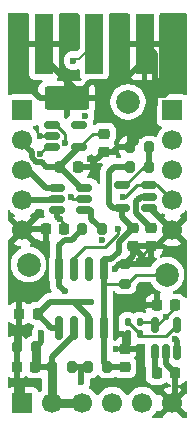
<source format=gbr>
%TF.GenerationSoftware,KiCad,Pcbnew,9.0.2*%
%TF.CreationDate,2025-10-14T12:10:58+02:00*%
%TF.ProjectId,1p6V_to_m1p6V_bias_gum,31703656-5f74-46f5-9f6d-317036565f62,rev?*%
%TF.SameCoordinates,Original*%
%TF.FileFunction,Copper,L1,Top*%
%TF.FilePolarity,Positive*%
%FSLAX46Y46*%
G04 Gerber Fmt 4.6, Leading zero omitted, Abs format (unit mm)*
G04 Created by KiCad (PCBNEW 9.0.2) date 2025-10-14 12:10:58*
%MOMM*%
%LPD*%
G01*
G04 APERTURE LIST*
G04 Aperture macros list*
%AMRoundRect*
0 Rectangle with rounded corners*
0 $1 Rounding radius*
0 $2 $3 $4 $5 $6 $7 $8 $9 X,Y pos of 4 corners*
0 Add a 4 corners polygon primitive as box body*
4,1,4,$2,$3,$4,$5,$6,$7,$8,$9,$2,$3,0*
0 Add four circle primitives for the rounded corners*
1,1,$1+$1,$2,$3*
1,1,$1+$1,$4,$5*
1,1,$1+$1,$6,$7*
1,1,$1+$1,$8,$9*
0 Add four rect primitives between the rounded corners*
20,1,$1+$1,$2,$3,$4,$5,0*
20,1,$1+$1,$4,$5,$6,$7,0*
20,1,$1+$1,$6,$7,$8,$9,0*
20,1,$1+$1,$8,$9,$2,$3,0*%
G04 Aperture macros list end*
%TA.AperFunction,SMDPad,CuDef*%
%ADD10RoundRect,0.200000X0.200000X0.275000X-0.200000X0.275000X-0.200000X-0.275000X0.200000X-0.275000X0*%
%TD*%
%TA.AperFunction,SMDPad,CuDef*%
%ADD11RoundRect,0.150000X-0.150000X0.825000X-0.150000X-0.825000X0.150000X-0.825000X0.150000X0.825000X0*%
%TD*%
%TA.AperFunction,ComponentPad*%
%ADD12C,2.000000*%
%TD*%
%TA.AperFunction,SMDPad,CuDef*%
%ADD13RoundRect,0.135000X0.135000X0.185000X-0.135000X0.185000X-0.135000X-0.185000X0.135000X-0.185000X0*%
%TD*%
%TA.AperFunction,SMDPad,CuDef*%
%ADD14RoundRect,0.225000X0.225000X0.250000X-0.225000X0.250000X-0.225000X-0.250000X0.225000X-0.250000X0*%
%TD*%
%TA.AperFunction,SMDPad,CuDef*%
%ADD15RoundRect,0.200000X0.275000X-0.200000X0.275000X0.200000X-0.275000X0.200000X-0.275000X-0.200000X0*%
%TD*%
%TA.AperFunction,ComponentPad*%
%ADD16R,1.700000X1.700000*%
%TD*%
%TA.AperFunction,ComponentPad*%
%ADD17C,1.700000*%
%TD*%
%TA.AperFunction,SMDPad,CuDef*%
%ADD18RoundRect,0.200000X-0.200000X-0.275000X0.200000X-0.275000X0.200000X0.275000X-0.200000X0.275000X0*%
%TD*%
%TA.AperFunction,SMDPad,CuDef*%
%ADD19RoundRect,0.225000X-0.250000X0.225000X-0.250000X-0.225000X0.250000X-0.225000X0.250000X0.225000X0*%
%TD*%
%TA.AperFunction,SMDPad,CuDef*%
%ADD20R,1.500000X5.080000*%
%TD*%
%TA.AperFunction,SMDPad,CuDef*%
%ADD21RoundRect,0.225000X-0.225000X-0.250000X0.225000X-0.250000X0.225000X0.250000X-0.225000X0.250000X0*%
%TD*%
%TA.AperFunction,SMDPad,CuDef*%
%ADD22RoundRect,0.225000X0.250000X-0.225000X0.250000X0.225000X-0.250000X0.225000X-0.250000X-0.225000X0*%
%TD*%
%TA.AperFunction,SMDPad,CuDef*%
%ADD23RoundRect,0.250000X-1.650000X-0.750000X1.650000X-0.750000X1.650000X0.750000X-1.650000X0.750000X0*%
%TD*%
%TA.AperFunction,SMDPad,CuDef*%
%ADD24RoundRect,0.150000X0.512500X0.150000X-0.512500X0.150000X-0.512500X-0.150000X0.512500X-0.150000X0*%
%TD*%
%TA.AperFunction,SMDPad,CuDef*%
%ADD25RoundRect,0.150000X0.150000X-0.512500X0.150000X0.512500X-0.150000X0.512500X-0.150000X-0.512500X0*%
%TD*%
%TA.AperFunction,SMDPad,CuDef*%
%ADD26RoundRect,0.150000X-0.512500X-0.150000X0.512500X-0.150000X0.512500X0.150000X-0.512500X0.150000X0*%
%TD*%
%TA.AperFunction,ViaPad*%
%ADD27C,0.600000*%
%TD*%
%TA.AperFunction,Conductor*%
%ADD28C,0.250000*%
%TD*%
%TA.AperFunction,Conductor*%
%ADD29C,0.400000*%
%TD*%
%TA.AperFunction,Conductor*%
%ADD30C,0.500000*%
%TD*%
%TA.AperFunction,Conductor*%
%ADD31C,0.750000*%
%TD*%
%TA.AperFunction,Conductor*%
%ADD32C,0.200000*%
%TD*%
G04 APERTURE END LIST*
D10*
%TO.P,R2,1*%
%TO.N,Net-(U2-FB)*%
X92990000Y-65280000D03*
%TO.P,R2,2*%
%TO.N,GND*%
X91340000Y-65280000D03*
%TD*%
D11*
%TO.P,U1,1,GND*%
%TO.N,/-3.3VA*%
X89135000Y-75593000D03*
%TO.P,U1,2,NC*%
%TO.N,unconnected-(U1-NC-Pad2)*%
X87865000Y-75593000D03*
%TO.P,U1,3,EN*%
%TO.N,/enable*%
X86595000Y-75593000D03*
%TO.P,U1,4,FB*%
%TO.N,Net-(U1-FB)*%
X85325000Y-75593000D03*
%TO.P,U1,5,IN*%
%TO.N,/3.3VA*%
X85325000Y-80543000D03*
%TO.P,U1,6,OUT*%
%TO.N,/V_bias*%
X86595000Y-80543000D03*
%TO.P,U1,7,IN*%
%TO.N,/3.3VA*%
X87865000Y-80543000D03*
%TO.P,U1,8,GND*%
%TO.N,/-3.3VA*%
X89135000Y-80543000D03*
%TD*%
D12*
%TO.P,TP1,1*%
%TO.N,/3.3VA*%
X82750000Y-75200000D03*
%TD*%
D13*
%TO.P,R10,1*%
%TO.N,/3.3VA*%
X92170000Y-80075000D03*
%TO.P,R10,2*%
%TO.N,Net-(U3-FB)*%
X91150000Y-80075000D03*
%TD*%
D14*
%TO.P,C8,1*%
%TO.N,/V_bias*%
X83320000Y-83860000D03*
%TO.P,C8,2*%
%TO.N,GND*%
X81770000Y-83860000D03*
%TD*%
D15*
%TO.P,R11,1*%
%TO.N,/-3.3VA*%
X90900000Y-76825000D03*
%TO.P,R11,2*%
%TO.N,GND*%
X90900000Y-75175000D03*
%TD*%
D16*
%TO.P,CG1,A1,5V*%
%TO.N,/5V*%
X82240000Y-62150000D03*
D17*
%TO.P,CG1,A2,3V3*%
%TO.N,/3.3V*%
X82240000Y-64690000D03*
%TO.P,CG1,A3,SDA*%
%TO.N,/SDA*%
X82240000Y-67230000D03*
%TO.P,CG1,A4,SCL*%
%TO.N,/SCL*%
X82240000Y-69770000D03*
%TO.P,CG1,A5,GND*%
%TO.N,GND*%
X82240000Y-72310000D03*
D16*
%TO.P,CG1,B1,5V*%
%TO.N,/5V*%
X94940000Y-62150000D03*
D17*
%TO.P,CG1,B2,VDDIO*%
%TO.N,unconnected-(CG1-VDDIO-PadB2)*%
X94940000Y-64690000D03*
%TO.P,CG1,B3,-5V*%
%TO.N,/-5V*%
X94940000Y-67230000D03*
%TO.P,CG1,B4,ENABLE*%
%TO.N,/enable*%
X94940000Y-69770000D03*
%TO.P,CG1,B5,GND*%
%TO.N,GND*%
X94940000Y-72310000D03*
D16*
%TO.P,CG1,C1,GND*%
X82240000Y-86915000D03*
D17*
%TO.P,CG1,C2,OUT_1*%
%TO.N,/V_bias*%
X84780000Y-86915000D03*
%TO.P,CG1,C3,OUT_2*%
X87320000Y-86915000D03*
%TO.P,CG1,C4,OUT_3*%
%TO.N,/Vout_diff*%
X89860000Y-86915000D03*
%TO.P,CG1,C5,OUT_4*%
%TO.N,/Vout_B*%
X92400000Y-86915000D03*
%TO.P,CG1,C6,GND*%
%TO.N,GND*%
X94940000Y-86915000D03*
%TD*%
D12*
%TO.P,TP4,1*%
%TO.N,/V_bias*%
X91175000Y-61425000D03*
%TD*%
D18*
%TO.P,R1,1*%
%TO.N,/-3.3VA*%
X91340000Y-66920000D03*
%TO.P,R1,2*%
%TO.N,Net-(U2-FB)*%
X92990000Y-66920000D03*
%TD*%
D19*
%TO.P,C3,1*%
%TO.N,/-3.3VA*%
X91560000Y-72120000D03*
%TO.P,C3,2*%
%TO.N,GND*%
X91560000Y-73670000D03*
%TD*%
D20*
%TO.P,J1,1,In*%
%TO.N,/V_bias*%
X88325000Y-56500000D03*
%TO.P,J1,2,Ext*%
%TO.N,GND*%
X84075000Y-56500000D03*
X92575000Y-56500000D03*
%TD*%
D21*
%TO.P,C9,1*%
%TO.N,/5V*%
X93620000Y-84400000D03*
%TO.P,C9,2*%
%TO.N,GND*%
X95170000Y-84400000D03*
%TD*%
D22*
%TO.P,C7,1*%
%TO.N,/-3.3VA*%
X90910000Y-83885000D03*
%TO.P,C7,2*%
%TO.N,GND*%
X90910000Y-82335000D03*
%TD*%
D18*
%TO.P,R5,1*%
%TO.N,Net-(U1-FB)*%
X87295000Y-72210000D03*
%TO.P,R5,2*%
%TO.N,/DAC_out*%
X88945000Y-72210000D03*
%TD*%
D21*
%TO.P,C2,1*%
%TO.N,/3.3V*%
X85425000Y-66925000D03*
%TO.P,C2,2*%
%TO.N,GND*%
X86975000Y-66925000D03*
%TD*%
D23*
%TO.P,TP3,1*%
%TO.N,GND*%
X85975000Y-61125000D03*
%TD*%
D12*
%TO.P,TP2,1*%
%TO.N,/-3.3VA*%
X94450000Y-76050000D03*
%TD*%
D24*
%TO.P,U4,1,Vout*%
%TO.N,/DAC_out*%
X87477500Y-70610000D03*
%TO.P,U4,2,VSS*%
%TO.N,GND*%
X87477500Y-69660000D03*
%TO.P,U4,3,VDD*%
%TO.N,/3.3V*%
X87477500Y-68710000D03*
%TO.P,U4,4,SDA*%
%TO.N,/SDA*%
X85202500Y-68710000D03*
%TO.P,U4,5,SCL*%
%TO.N,/SCL*%
X85202500Y-69660000D03*
%TO.P,U4,6,Vref*%
%TO.N,/3.3VA*%
X85202500Y-70610000D03*
%TD*%
D18*
%TO.P,R3,1*%
%TO.N,/V_bias*%
X84760000Y-83860000D03*
%TO.P,R3,2*%
%TO.N,Net-(U1-FB)*%
X86410000Y-83860000D03*
%TD*%
D13*
%TO.P,R8,1*%
%TO.N,Net-(U3-FB)*%
X92170000Y-81082500D03*
%TO.P,R8,2*%
%TO.N,GND*%
X91150000Y-81082500D03*
%TD*%
D24*
%TO.P,U2,1,GND*%
%TO.N,GND*%
X92925000Y-70400000D03*
%TO.P,U2,2,IN*%
%TO.N,/-5V*%
X92925000Y-69450000D03*
%TO.P,U2,3,EN*%
%TO.N,/enable*%
X92925000Y-68500000D03*
%TO.P,U2,4,FB*%
%TO.N,Net-(U2-FB)*%
X90650000Y-68500000D03*
%TO.P,U2,5,OUT*%
%TO.N,/-3.3VA*%
X90650000Y-70400000D03*
%TD*%
D25*
%TO.P,U3,1,IN*%
%TO.N,/5V*%
X93420000Y-82620000D03*
%TO.P,U3,2,GND*%
%TO.N,GND*%
X94370000Y-82620000D03*
%TO.P,U3,3,EN*%
%TO.N,/enable*%
X95320000Y-82620000D03*
%TO.P,U3,4,FB*%
%TO.N,Net-(U3-FB)*%
X95320000Y-80345000D03*
%TO.P,U3,5,OUT*%
%TO.N,/3.3VA*%
X93420000Y-80345000D03*
%TD*%
D14*
%TO.P,C6,1*%
%TO.N,/3.3VA*%
X83525000Y-79350000D03*
%TO.P,C6,2*%
%TO.N,GND*%
X81975000Y-79350000D03*
%TD*%
%TO.P,C5,1*%
%TO.N,/3.3VA*%
X95150000Y-78650000D03*
%TO.P,C5,2*%
%TO.N,GND*%
X93600000Y-78650000D03*
%TD*%
D18*
%TO.P,R4,1*%
%TO.N,Net-(U1-FB)*%
X87780000Y-83860000D03*
%TO.P,R4,2*%
%TO.N,/-3.3VA*%
X89430000Y-83860000D03*
%TD*%
D19*
%TO.P,C10,1*%
%TO.N,/3.3V*%
X89175000Y-64125000D03*
%TO.P,C10,2*%
%TO.N,GND*%
X89175000Y-65675000D03*
%TD*%
D10*
%TO.P,R6,1*%
%TO.N,/V_bias*%
X83395000Y-82190000D03*
%TO.P,R6,2*%
%TO.N,GND*%
X81745000Y-82190000D03*
%TD*%
D26*
%TO.P,U5,1,SCL*%
%TO.N,/SCL*%
X84762500Y-63375000D03*
%TO.P,U5,2,V_{SS}*%
%TO.N,GND*%
X84762500Y-64325000D03*
%TO.P,U5,3,SDA*%
%TO.N,/SDA*%
X84762500Y-65275000D03*
%TO.P,U5,4,V_{CC}*%
%TO.N,/3.3V*%
X87037500Y-65275000D03*
%TO.P,U5,5,NC*%
%TO.N,unconnected-(U5-NC-Pad5)*%
X87037500Y-63375000D03*
%TD*%
D14*
%TO.P,C1,1*%
%TO.N,/3.3VA*%
X85760000Y-72210000D03*
%TO.P,C1,2*%
%TO.N,GND*%
X84210000Y-72210000D03*
%TD*%
D19*
%TO.P,C4,1*%
%TO.N,/-5V*%
X93130000Y-72110000D03*
%TO.P,C4,2*%
%TO.N,GND*%
X93130000Y-73660000D03*
%TD*%
D27*
%TO.N,GND*%
X90050000Y-75575000D03*
X83700000Y-64275000D03*
X85377500Y-58997500D03*
X93720000Y-85730000D03*
X95370000Y-58380000D03*
X92250000Y-74375000D03*
X86330000Y-69450000D03*
X81630000Y-59580000D03*
X90125000Y-82375000D03*
X95390000Y-59620000D03*
X93425000Y-63800000D03*
X95390000Y-55980000D03*
X81630000Y-57200000D03*
X87950000Y-66300000D03*
X81630000Y-55940000D03*
X93450000Y-60825000D03*
X92625000Y-78675000D03*
X81610000Y-58340000D03*
X95390000Y-57240000D03*
%TO.N,/enable*%
X95120000Y-81490000D03*
X90300000Y-72225000D03*
X90719975Y-69480025D03*
%TO.N,/5V*%
X88950000Y-73135000D03*
X93420000Y-83600000D03*
X87500000Y-62625000D03*
%TO.N,/-5V*%
X92081251Y-69631251D03*
%TO.N,/3.3VA*%
X88060000Y-78330000D03*
X94350000Y-79625000D03*
X85375000Y-71375000D03*
%TO.N,/V_bias*%
X86550000Y-57925000D03*
X83820000Y-81030000D03*
%TO.N,Net-(U1-FB)*%
X87160000Y-85170000D03*
X85810000Y-77470000D03*
%TO.N,/SCL*%
X85857500Y-64950000D03*
%TO.N,/SDA*%
X83707264Y-65822753D03*
%TD*%
D28*
%TO.N,GND*%
X93600000Y-78650000D02*
X92650000Y-78650000D01*
D29*
X93450000Y-60825000D02*
X94185000Y-60825000D01*
D30*
X91820000Y-64800000D02*
X91340000Y-65280000D01*
X92925000Y-70400000D02*
X93030000Y-70400000D01*
X91820000Y-63330000D02*
X91820000Y-64800000D01*
X90330000Y-65280000D02*
X91340000Y-65280000D01*
X90900000Y-75175000D02*
X90450000Y-75175000D01*
D28*
X86540000Y-69660000D02*
X86330000Y-69450000D01*
X90910000Y-82335000D02*
X90165000Y-82335000D01*
D30*
X89175000Y-65675000D02*
X89935000Y-65675000D01*
D29*
X94185000Y-60825000D02*
X95390000Y-59620000D01*
D28*
X92650000Y-78650000D02*
X92625000Y-78675000D01*
X92415000Y-74375000D02*
X93130000Y-73660000D01*
D30*
X82340000Y-72210000D02*
X82240000Y-72310000D01*
X86697000Y-61125000D02*
X83700000Y-61125000D01*
X83700000Y-61125000D02*
X82155000Y-59580000D01*
X94370000Y-83600000D02*
X95170000Y-84400000D01*
X81975000Y-79350000D02*
X81975000Y-81960000D01*
D28*
X87175000Y-67125000D02*
X86850000Y-67125000D01*
D30*
X91560000Y-73670000D02*
X91560000Y-73685000D01*
X90450000Y-75175000D02*
X90050000Y-75575000D01*
X93590000Y-73660000D02*
X94940000Y-72310000D01*
X89935000Y-65675000D02*
X90330000Y-65280000D01*
X87950000Y-66300000D02*
X88550000Y-66300000D01*
D28*
X87477500Y-69660000D02*
X86540000Y-69660000D01*
D30*
X92925000Y-70400000D02*
X93280000Y-70400000D01*
X84075000Y-57695000D02*
X87101000Y-60721000D01*
X91560000Y-73670000D02*
X93120000Y-73670000D01*
X81745000Y-82190000D02*
X81745000Y-83835000D01*
X93130000Y-73660000D02*
X93590000Y-73660000D01*
D28*
X92250000Y-74375000D02*
X92415000Y-74375000D01*
D30*
X91560000Y-73670000D02*
X91560000Y-74515000D01*
X88550000Y-66300000D02*
X89175000Y-65675000D01*
D28*
X91150000Y-81082500D02*
X91150000Y-82095000D01*
D30*
X95170000Y-84400000D02*
X95170000Y-86685000D01*
X81770000Y-86445000D02*
X82240000Y-86915000D01*
D28*
X91150000Y-82095000D02*
X90910000Y-82335000D01*
D30*
X91560000Y-73685000D02*
X92250000Y-74375000D01*
D28*
X84762500Y-64325000D02*
X83750000Y-64325000D01*
D30*
X87984112Y-59750000D02*
X88991000Y-59750000D01*
X91820000Y-63330000D02*
X91820000Y-63320000D01*
X93425000Y-61715000D02*
X93425000Y-57350000D01*
X95170000Y-86685000D02*
X94940000Y-86915000D01*
D28*
X90165000Y-82335000D02*
X90125000Y-82375000D01*
D30*
X81745000Y-83835000D02*
X81770000Y-83860000D01*
X82155000Y-59580000D02*
X81630000Y-59580000D01*
X93030000Y-70400000D02*
X94940000Y-72310000D01*
D28*
X83750000Y-64325000D02*
X83700000Y-64275000D01*
D30*
X93120000Y-73670000D02*
X93130000Y-73660000D01*
X92575000Y-57865000D02*
X92575000Y-56500000D01*
X87013112Y-60721000D02*
X87984112Y-59750000D01*
X87101000Y-60721000D02*
X86697000Y-61125000D01*
X88991000Y-59750000D02*
X90690000Y-59750000D01*
X81975000Y-81960000D02*
X81745000Y-82190000D01*
X81770000Y-83860000D02*
X81770000Y-86445000D01*
X91820000Y-63320000D02*
X93425000Y-61715000D01*
X84075000Y-56500000D02*
X84075000Y-57695000D01*
X90690000Y-59750000D02*
X92575000Y-57865000D01*
X93425000Y-57350000D02*
X92575000Y-56500000D01*
X84110000Y-72310000D02*
X84210000Y-72210000D01*
X84210000Y-72210000D02*
X82340000Y-72210000D01*
X91560000Y-74515000D02*
X90900000Y-75175000D01*
X94370000Y-82620000D02*
X94370000Y-83600000D01*
D28*
%TO.N,/3.3V*%
X89175000Y-64125000D02*
X88187500Y-64125000D01*
D30*
X83006264Y-66113117D02*
X83416900Y-66523753D01*
X87210000Y-68710000D02*
X87477500Y-68710000D01*
X85425000Y-66925000D02*
X85425000Y-66887500D01*
X84270000Y-66925000D02*
X85425000Y-66925000D01*
X85425000Y-66887500D02*
X87037500Y-65275000D01*
X83868753Y-66523753D02*
X84270000Y-66925000D01*
X82240000Y-64895000D02*
X83006264Y-65661264D01*
X83416900Y-66523753D02*
X83868753Y-66523753D01*
X83006264Y-65661264D02*
X83006264Y-66113117D01*
D28*
X88187500Y-64125000D02*
X87037500Y-65275000D01*
D30*
X82240000Y-64690000D02*
X82240000Y-64895000D01*
X85425000Y-66925000D02*
X87210000Y-68710000D01*
D28*
%TO.N,/enable*%
X90944975Y-69480025D02*
X91925000Y-68500000D01*
X87502001Y-73711000D02*
X89225124Y-73711000D01*
D30*
X95320000Y-82620000D02*
X95320000Y-81690000D01*
D28*
X86595000Y-75593000D02*
X86595000Y-74618001D01*
X91925000Y-68500000D02*
X92925000Y-68500000D01*
X89225124Y-73711000D02*
X90300000Y-72636124D01*
X90719975Y-69480025D02*
X90944975Y-69480025D01*
D30*
X95320000Y-81690000D02*
X95120000Y-81490000D01*
D28*
X94940000Y-69770000D02*
X93670000Y-68500000D01*
X90300000Y-72636124D02*
X90300000Y-72225000D01*
X86595000Y-74618001D02*
X87502001Y-73711000D01*
X93670000Y-68500000D02*
X92925000Y-68500000D01*
D30*
%TO.N,/5V*%
X93420000Y-84200000D02*
X93620000Y-84400000D01*
X93420000Y-83600000D02*
X93420000Y-82620000D01*
X93420000Y-82620000D02*
X93420000Y-84200000D01*
D28*
%TO.N,/-3.3VA*%
X91875000Y-76050000D02*
X94450000Y-76050000D01*
D30*
X89586500Y-70061500D02*
X89925000Y-70400000D01*
X89430000Y-83860000D02*
X90885000Y-83860000D01*
X90650000Y-71210000D02*
X91560000Y-72120000D01*
X90005000Y-66920000D02*
X89586500Y-67338500D01*
X90375000Y-73305000D02*
X90375000Y-74125000D01*
D28*
X91100000Y-76825000D02*
X91875000Y-76050000D01*
X90900000Y-76825000D02*
X91100000Y-76825000D01*
D30*
X90650000Y-70400000D02*
X90650000Y-71210000D01*
X89130000Y-81370000D02*
X89130000Y-76825000D01*
X90885000Y-83860000D02*
X90910000Y-83885000D01*
X90375000Y-74125000D02*
X89734000Y-74766000D01*
X89130000Y-83560000D02*
X89430000Y-83860000D01*
X89130000Y-81370000D02*
X89130000Y-83560000D01*
X91560000Y-72120000D02*
X90375000Y-73305000D01*
X89586500Y-67338500D02*
X89586500Y-70061500D01*
X91340000Y-66920000D02*
X90005000Y-66920000D01*
X89734000Y-74766000D02*
X89130000Y-74766000D01*
X89925000Y-70400000D02*
X90650000Y-70400000D01*
D28*
X90900000Y-76825000D02*
X89130000Y-76825000D01*
D30*
X89130000Y-74766000D02*
X89130000Y-76825000D01*
%TO.N,/-5V*%
X91861500Y-70841500D02*
X91861500Y-69851001D01*
X92262501Y-69450000D02*
X92925000Y-69450000D01*
X91861500Y-69851001D02*
X92081251Y-69631251D01*
X93130000Y-72110000D02*
X91861500Y-70841500D01*
X92081251Y-69631251D02*
X92262501Y-69450000D01*
D28*
%TO.N,/3.3VA*%
X85760000Y-72210000D02*
X85760000Y-71760000D01*
X92170000Y-80075000D02*
X93150000Y-80075000D01*
X93630000Y-80345000D02*
X94350000Y-79625000D01*
D30*
X83525000Y-79350000D02*
X83525000Y-79400000D01*
X86590000Y-78330000D02*
X87865000Y-79605000D01*
X84663000Y-80538000D02*
X85320000Y-80538000D01*
X85202500Y-70610000D02*
X85202500Y-71202500D01*
X84545000Y-78330000D02*
X86590000Y-78330000D01*
D28*
X93420000Y-80345000D02*
X93630000Y-80345000D01*
D30*
X87865000Y-79605000D02*
X87865000Y-80543000D01*
D28*
X95150000Y-78650000D02*
X95115000Y-78650000D01*
X95150000Y-78650000D02*
X95150000Y-78825000D01*
D30*
X85202500Y-71202500D02*
X85375000Y-71375000D01*
D28*
X95150000Y-78825000D02*
X94350000Y-79625000D01*
D30*
X88060000Y-78330000D02*
X84545000Y-78330000D01*
X83525000Y-79350000D02*
X84545000Y-78330000D01*
D28*
X93150000Y-80075000D02*
X93420000Y-80345000D01*
X85760000Y-71760000D02*
X85375000Y-71375000D01*
D30*
X83525000Y-79400000D02*
X84663000Y-80538000D01*
D31*
%TO.N,/V_bias*%
X84760000Y-83860000D02*
X84760000Y-86895000D01*
D30*
X84760000Y-83015000D02*
X84760000Y-83860000D01*
X83320000Y-83860000D02*
X84760000Y-83860000D01*
X83820000Y-81030000D02*
X83820000Y-81765000D01*
X83820000Y-81765000D02*
X83395000Y-82190000D01*
X86590000Y-81370000D02*
X86405000Y-81370000D01*
D32*
X86695000Y-57780000D02*
X86550000Y-57925000D01*
X88325000Y-56500000D02*
X87045000Y-57780000D01*
D31*
X84780000Y-86915000D02*
X87320000Y-86915000D01*
X83395000Y-83785000D02*
X83320000Y-83860000D01*
D30*
X86405000Y-81370000D02*
X84760000Y-83015000D01*
D31*
X84760000Y-86895000D02*
X84780000Y-86915000D01*
D32*
X87045000Y-57780000D02*
X86695000Y-57780000D01*
D31*
X83395000Y-82190000D02*
X83395000Y-83785000D01*
D28*
%TO.N,Net-(U2-FB)*%
X90650000Y-68500000D02*
X90950000Y-68500000D01*
X90950000Y-68500000D02*
X92530000Y-66920000D01*
D30*
X92990000Y-65280000D02*
X92990000Y-66920000D01*
D28*
X92530000Y-66920000D02*
X92990000Y-66920000D01*
D30*
%TO.N,Net-(U1-FB)*%
X85808000Y-73095000D02*
X85320000Y-73583000D01*
X87160000Y-83970000D02*
X87050000Y-83860000D01*
X87295000Y-72210000D02*
X86410000Y-73095000D01*
X85320000Y-74766000D02*
X85320000Y-76980000D01*
X85320000Y-76980000D02*
X85810000Y-77470000D01*
X87050000Y-83860000D02*
X87780000Y-83860000D01*
X85320000Y-73583000D02*
X85320000Y-74766000D01*
X86410000Y-83860000D02*
X87050000Y-83860000D01*
X86410000Y-73095000D02*
X85808000Y-73095000D01*
X87160000Y-85170000D02*
X87160000Y-83970000D01*
%TO.N,/DAC_out*%
X88050000Y-70610000D02*
X88050000Y-71315000D01*
X88050000Y-71315000D02*
X88945000Y-72210000D01*
D28*
%TO.N,Net-(U3-FB)*%
X91162500Y-80075000D02*
X92170000Y-81082500D01*
X94381500Y-81283500D02*
X92371000Y-81283500D01*
X91150000Y-80075000D02*
X91162500Y-80075000D01*
X92371000Y-81283500D02*
X92170000Y-81082500D01*
X95320000Y-80345000D02*
X94381500Y-81283500D01*
%TO.N,/SCL*%
X85081612Y-63375000D02*
X84762500Y-63375000D01*
D30*
X84520000Y-69770000D02*
X84630000Y-69660000D01*
X82240000Y-69770000D02*
X84520000Y-69770000D01*
D28*
X85857500Y-64150888D02*
X85081612Y-63375000D01*
X85857500Y-64950000D02*
X85857500Y-64150888D01*
D30*
%TO.N,/SDA*%
X82240000Y-67230000D02*
X82730000Y-67230000D01*
X82730000Y-67230000D02*
X84210000Y-68710000D01*
D28*
X84762500Y-65275000D02*
X84255017Y-65275000D01*
X84255017Y-65275000D02*
X83707264Y-65822753D01*
D30*
X84210000Y-68710000D02*
X84630000Y-68710000D01*
%TD*%
%TA.AperFunction,Conductor*%
%TO.N,GND*%
G36*
X94474075Y-87107993D02*
G01*
X94539901Y-87222007D01*
X94632993Y-87315099D01*
X94747007Y-87380925D01*
X94810590Y-87397962D01*
X94178282Y-88030269D01*
X94179109Y-88040770D01*
X94164745Y-88109148D01*
X94115694Y-88158905D01*
X94055491Y-88174500D01*
X93345689Y-88174500D01*
X93278650Y-88154815D01*
X93232895Y-88102011D01*
X93222951Y-88032853D01*
X93251976Y-87969297D01*
X93272804Y-87950181D01*
X93279792Y-87945104D01*
X93430104Y-87794792D01*
X93430106Y-87794788D01*
X93430109Y-87794786D01*
X93506055Y-87690254D01*
X93555051Y-87622816D01*
X93559793Y-87613508D01*
X93607763Y-87562711D01*
X93675583Y-87545911D01*
X93741719Y-87568445D01*
X93780763Y-87613500D01*
X93785373Y-87622547D01*
X93824728Y-87676716D01*
X94457037Y-87044408D01*
X94474075Y-87107993D01*
G37*
%TD.AperFunction*%
%TA.AperFunction,Conductor*%
G36*
X96055269Y-87676716D02*
G01*
X96065770Y-87675890D01*
X96134148Y-87690254D01*
X96183905Y-87739305D01*
X96199500Y-87799508D01*
X96199500Y-88050500D01*
X96179815Y-88117539D01*
X96127011Y-88163294D01*
X96075500Y-88174500D01*
X95824509Y-88174500D01*
X95757470Y-88154815D01*
X95711715Y-88102011D01*
X95700891Y-88040772D01*
X95701717Y-88030270D01*
X95069408Y-87397962D01*
X95132993Y-87380925D01*
X95247007Y-87315099D01*
X95340099Y-87222007D01*
X95405925Y-87107993D01*
X95422962Y-87044408D01*
X96055269Y-87676716D01*
G37*
%TD.AperFunction*%
%TA.AperFunction,Conductor*%
G36*
X93023272Y-76679787D02*
G01*
X93038477Y-76679136D01*
X93056115Y-76689431D01*
X93075709Y-76695185D01*
X93086605Y-76707229D01*
X93098819Y-76714358D01*
X93119155Y-76743205D01*
X93166657Y-76836433D01*
X93305483Y-77027510D01*
X93472490Y-77194517D01*
X93663567Y-77333343D01*
X93872923Y-77440015D01*
X93873904Y-77440515D01*
X93924700Y-77488490D01*
X93941495Y-77556311D01*
X93918958Y-77622445D01*
X93864243Y-77665897D01*
X93857856Y-77667143D01*
X93850000Y-77675000D01*
X93850000Y-78526000D01*
X93830315Y-78593039D01*
X93777511Y-78638794D01*
X93726000Y-78650000D01*
X93600000Y-78650000D01*
X93600000Y-78776000D01*
X93580315Y-78843039D01*
X93527511Y-78888794D01*
X93476000Y-78900000D01*
X92650001Y-78900000D01*
X92650001Y-78948322D01*
X92660144Y-79047607D01*
X92690015Y-79137752D01*
X92692417Y-79207581D01*
X92656685Y-79267622D01*
X92594164Y-79298815D01*
X92537714Y-79295832D01*
X92405208Y-79257335D01*
X92405202Y-79257334D01*
X92369181Y-79254500D01*
X91970830Y-79254500D01*
X91970808Y-79254501D01*
X91934794Y-79257335D01*
X91780611Y-79302129D01*
X91780604Y-79302132D01*
X91723119Y-79336128D01*
X91655395Y-79353309D01*
X91596881Y-79336128D01*
X91539395Y-79302132D01*
X91539388Y-79302129D01*
X91385208Y-79257335D01*
X91385202Y-79257334D01*
X91349181Y-79254500D01*
X90950830Y-79254500D01*
X90950808Y-79254501D01*
X90914794Y-79257335D01*
X90760611Y-79302129D01*
X90760606Y-79302131D01*
X90622404Y-79383863D01*
X90622396Y-79383869D01*
X90508869Y-79497396D01*
X90508863Y-79497404D01*
X90427131Y-79635606D01*
X90427129Y-79635611D01*
X90382335Y-79789791D01*
X90382334Y-79789797D01*
X90379500Y-79825811D01*
X90379500Y-80324169D01*
X90379501Y-80324191D01*
X90382334Y-80360200D01*
X90427131Y-80514394D01*
X90428155Y-80516125D01*
X90428543Y-80517656D01*
X90430228Y-80521549D01*
X90429599Y-80521820D01*
X90445334Y-80583850D01*
X90430060Y-80635875D01*
X90430692Y-80636149D01*
X90428477Y-80641266D01*
X90428159Y-80642351D01*
X90427596Y-80643303D01*
X90427592Y-80643311D01*
X90382833Y-80797371D01*
X90382832Y-80797377D01*
X90380069Y-80832500D01*
X90700697Y-80832500D01*
X90752609Y-80846702D01*
X90753446Y-80844770D01*
X90760602Y-80847866D01*
X90760607Y-80847869D01*
X90801268Y-80859682D01*
X90914791Y-80892664D01*
X90914794Y-80892664D01*
X90914796Y-80892665D01*
X90950819Y-80895500D01*
X91025999Y-80895499D01*
X91093038Y-80915183D01*
X91138794Y-80967986D01*
X91150000Y-81019499D01*
X91150000Y-81082500D01*
X91234048Y-81082500D01*
X91263488Y-81091144D01*
X91293475Y-81097668D01*
X91298490Y-81101422D01*
X91301087Y-81102185D01*
X91321729Y-81118819D01*
X91363181Y-81160271D01*
X91396666Y-81221594D01*
X91399500Y-81247951D01*
X91399500Y-81331670D01*
X91399501Y-81331682D01*
X91399618Y-81333163D01*
X91400000Y-81342893D01*
X91400000Y-81908500D01*
X91380315Y-81975539D01*
X91327511Y-82021294D01*
X91276000Y-82032500D01*
X91160000Y-82032500D01*
X91160000Y-82085000D01*
X91884999Y-82085000D01*
X91884999Y-82061692D01*
X91884998Y-82061677D01*
X91882743Y-82039601D01*
X91895513Y-81970908D01*
X91943393Y-81920024D01*
X92006097Y-81902999D01*
X92267014Y-81902999D01*
X92270263Y-81903042D01*
X92280834Y-81903319D01*
X92309393Y-81909000D01*
X92309394Y-81909000D01*
X92497421Y-81909000D01*
X92499060Y-81909043D01*
X92530833Y-81919284D01*
X92562848Y-81928685D01*
X92563952Y-81929959D01*
X92565561Y-81930478D01*
X92586764Y-81956285D01*
X92608603Y-81981489D01*
X92608913Y-81983245D01*
X92609915Y-81984464D01*
X92611454Y-81997605D01*
X92618836Y-82039338D01*
X92619596Y-82039368D01*
X92619500Y-82041813D01*
X92619500Y-83198201D01*
X92622401Y-83235067D01*
X92622402Y-83235073D01*
X92646009Y-83316325D01*
X92648550Y-83375111D01*
X92619500Y-83521153D01*
X92619500Y-83678846D01*
X92650261Y-83833489D01*
X92650263Y-83833497D01*
X92660061Y-83857151D01*
X92669500Y-83904604D01*
X92669500Y-84698337D01*
X92669501Y-84698355D01*
X92679650Y-84797707D01*
X92679651Y-84797710D01*
X92732996Y-84958694D01*
X92733001Y-84958705D01*
X92822029Y-85103040D01*
X92822032Y-85103044D01*
X92941955Y-85222967D01*
X92941959Y-85222970D01*
X93086294Y-85311998D01*
X93086297Y-85311999D01*
X93086303Y-85312003D01*
X93247292Y-85365349D01*
X93346655Y-85375500D01*
X93893344Y-85375499D01*
X93893352Y-85375498D01*
X93893355Y-85375498D01*
X93947760Y-85369940D01*
X93992708Y-85365349D01*
X94153697Y-85312003D01*
X94298044Y-85222968D01*
X94307668Y-85213343D01*
X94368987Y-85179856D01*
X94438679Y-85184835D01*
X94483034Y-85213339D01*
X94492267Y-85222572D01*
X94492271Y-85222575D01*
X94636507Y-85311542D01*
X94636520Y-85311548D01*
X94733746Y-85343765D01*
X94791191Y-85383537D01*
X94818015Y-85448053D01*
X94805700Y-85516829D01*
X94758158Y-85568029D01*
X94714142Y-85583944D01*
X94623871Y-85598242D01*
X94623869Y-85598242D01*
X94421782Y-85663904D01*
X94232439Y-85760380D01*
X94178282Y-85799727D01*
X94178282Y-85799728D01*
X94810591Y-86432037D01*
X94747007Y-86449075D01*
X94632993Y-86514901D01*
X94539901Y-86607993D01*
X94474075Y-86722007D01*
X94457037Y-86785591D01*
X93824728Y-86153282D01*
X93824727Y-86153282D01*
X93785380Y-86207440D01*
X93785376Y-86207446D01*
X93780760Y-86216505D01*
X93732781Y-86267297D01*
X93664959Y-86284087D01*
X93598826Y-86261543D01*
X93559794Y-86216493D01*
X93555051Y-86207184D01*
X93555049Y-86207181D01*
X93555048Y-86207179D01*
X93430109Y-86035213D01*
X93279786Y-85884890D01*
X93107820Y-85759951D01*
X92918414Y-85663444D01*
X92918413Y-85663443D01*
X92918412Y-85663443D01*
X92716243Y-85597754D01*
X92716241Y-85597753D01*
X92716240Y-85597753D01*
X92554957Y-85572208D01*
X92506287Y-85564500D01*
X92293713Y-85564500D01*
X92245042Y-85572208D01*
X92083760Y-85597753D01*
X91881585Y-85663444D01*
X91692179Y-85759951D01*
X91520213Y-85884890D01*
X91369890Y-86035213D01*
X91244949Y-86207182D01*
X91240484Y-86215946D01*
X91192509Y-86266742D01*
X91124688Y-86283536D01*
X91058553Y-86260998D01*
X91019516Y-86215946D01*
X91015050Y-86207182D01*
X90890109Y-86035213D01*
X90739786Y-85884890D01*
X90567820Y-85759951D01*
X90378414Y-85663444D01*
X90378413Y-85663443D01*
X90378412Y-85663443D01*
X90176243Y-85597754D01*
X90176241Y-85597753D01*
X90176240Y-85597753D01*
X90014957Y-85572208D01*
X89966287Y-85564500D01*
X89753713Y-85564500D01*
X89705042Y-85572208D01*
X89543760Y-85597753D01*
X89341585Y-85663444D01*
X89152179Y-85759951D01*
X88980213Y-85884890D01*
X88829890Y-86035213D01*
X88704949Y-86207182D01*
X88700484Y-86215946D01*
X88652509Y-86266742D01*
X88584688Y-86283536D01*
X88518553Y-86260998D01*
X88479516Y-86215946D01*
X88475050Y-86207182D01*
X88350109Y-86035213D01*
X88199786Y-85884890D01*
X88027819Y-85759951D01*
X88027818Y-85759950D01*
X88027816Y-85759949D01*
X87927044Y-85708603D01*
X87876248Y-85660628D01*
X87859453Y-85592807D01*
X87868778Y-85550665D01*
X87869394Y-85549179D01*
X87929737Y-85403497D01*
X87960500Y-85248842D01*
X87960500Y-85091158D01*
X87960500Y-85091155D01*
X87938795Y-84982040D01*
X87945022Y-84912448D01*
X87987885Y-84857271D01*
X88049188Y-84834357D01*
X88107196Y-84829086D01*
X88269606Y-84778478D01*
X88415185Y-84690472D01*
X88465801Y-84639856D01*
X88517319Y-84588339D01*
X88578642Y-84554854D01*
X88648334Y-84559838D01*
X88692681Y-84588339D01*
X88794811Y-84690469D01*
X88794813Y-84690470D01*
X88794815Y-84690472D01*
X88940394Y-84778478D01*
X89102804Y-84829086D01*
X89173384Y-84835500D01*
X89173387Y-84835500D01*
X89686613Y-84835500D01*
X89686616Y-84835500D01*
X89757196Y-84829086D01*
X89919606Y-84778478D01*
X90065185Y-84690472D01*
X90065186Y-84690470D01*
X90071604Y-84686591D01*
X90072290Y-84687726D01*
X90129869Y-84664791D01*
X90198453Y-84678133D01*
X90206540Y-84682712D01*
X90351294Y-84771998D01*
X90351297Y-84771999D01*
X90351303Y-84772003D01*
X90512292Y-84825349D01*
X90611655Y-84835500D01*
X91208344Y-84835499D01*
X91208352Y-84835498D01*
X91208355Y-84835498D01*
X91271124Y-84829086D01*
X91307708Y-84825349D01*
X91468697Y-84772003D01*
X91613044Y-84682968D01*
X91732968Y-84563044D01*
X91822003Y-84418697D01*
X91875349Y-84257708D01*
X91885500Y-84158345D01*
X91885499Y-83611656D01*
X91880391Y-83561655D01*
X91875349Y-83512292D01*
X91875348Y-83512289D01*
X91829892Y-83375111D01*
X91822003Y-83351303D01*
X91821999Y-83351297D01*
X91821998Y-83351294D01*
X91732970Y-83206959D01*
X91732967Y-83206955D01*
X91723339Y-83197327D01*
X91689854Y-83136004D01*
X91694838Y-83066312D01*
X91723345Y-83021959D01*
X91732573Y-83012731D01*
X91821542Y-82868492D01*
X91821547Y-82868481D01*
X91874855Y-82707606D01*
X91884999Y-82608322D01*
X91885000Y-82608309D01*
X91885000Y-82585000D01*
X91034000Y-82585000D01*
X90966961Y-82565315D01*
X90921206Y-82512511D01*
X90910000Y-82461000D01*
X90910000Y-82335000D01*
X90784000Y-82335000D01*
X90716961Y-82315315D01*
X90671206Y-82262511D01*
X90660000Y-82211000D01*
X90660000Y-81332500D01*
X90380068Y-81332500D01*
X90381507Y-81350785D01*
X90367142Y-81419162D01*
X90322987Y-81466049D01*
X90207270Y-81537425D01*
X90134238Y-81610457D01*
X90072914Y-81643941D01*
X90003223Y-81638956D01*
X89947289Y-81597085D01*
X89922873Y-81531620D01*
X89927481Y-81488179D01*
X89932598Y-81470569D01*
X89935500Y-81433694D01*
X89935500Y-79652306D01*
X89932598Y-79615431D01*
X89898308Y-79497404D01*
X89885424Y-79453057D01*
X89880500Y-79418462D01*
X89880500Y-78351677D01*
X92650000Y-78351677D01*
X92650000Y-78400000D01*
X93350000Y-78400000D01*
X93350000Y-77674999D01*
X93326693Y-77675000D01*
X93326674Y-77675001D01*
X93227392Y-77685144D01*
X93066518Y-77738452D01*
X93066507Y-77738457D01*
X92922271Y-77827424D01*
X92922267Y-77827427D01*
X92802427Y-77947267D01*
X92802424Y-77947271D01*
X92713457Y-78091507D01*
X92713452Y-78091518D01*
X92660144Y-78252393D01*
X92650000Y-78351677D01*
X89880500Y-78351677D01*
X89880500Y-77574500D01*
X89883050Y-77565814D01*
X89881762Y-77556853D01*
X89892740Y-77532812D01*
X89900185Y-77507461D01*
X89907025Y-77501533D01*
X89910787Y-77493297D01*
X89933021Y-77479007D01*
X89952989Y-77461706D01*
X89963503Y-77459418D01*
X89969565Y-77455523D01*
X90004500Y-77450500D01*
X90008480Y-77450500D01*
X90075519Y-77470185D01*
X90096161Y-77486819D01*
X90189811Y-77580469D01*
X90189813Y-77580470D01*
X90189815Y-77580472D01*
X90335394Y-77668478D01*
X90497804Y-77719086D01*
X90568384Y-77725500D01*
X90568387Y-77725500D01*
X91231613Y-77725500D01*
X91231616Y-77725500D01*
X91302196Y-77719086D01*
X91464606Y-77668478D01*
X91610185Y-77580472D01*
X91730472Y-77460185D01*
X91818478Y-77314606D01*
X91869086Y-77152196D01*
X91875500Y-77081616D01*
X91875500Y-76985452D01*
X91895185Y-76918413D01*
X91911819Y-76897771D01*
X92097772Y-76711819D01*
X92159095Y-76678334D01*
X92185453Y-76675500D01*
X93008670Y-76675500D01*
X93023272Y-76679787D01*
G37*
%TD.AperFunction*%
%TA.AperFunction,Conductor*%
G36*
X96154951Y-85068754D02*
G01*
X96193809Y-85126821D01*
X96199500Y-85163956D01*
X96199500Y-86030490D01*
X96179815Y-86097529D01*
X96127011Y-86143284D01*
X96065772Y-86154108D01*
X96055270Y-86153281D01*
X95422962Y-86785590D01*
X95405925Y-86722007D01*
X95340099Y-86607993D01*
X95247007Y-86514901D01*
X95132993Y-86449075D01*
X95069409Y-86432037D01*
X95701716Y-85799728D01*
X95647550Y-85760375D01*
X95458217Y-85663904D01*
X95313644Y-85616930D01*
X95255969Y-85577493D01*
X95228770Y-85513134D01*
X95240685Y-85444288D01*
X95287929Y-85392812D01*
X95351962Y-85374999D01*
X95443307Y-85374999D01*
X95443323Y-85374998D01*
X95542607Y-85364855D01*
X95703481Y-85311547D01*
X95703492Y-85311542D01*
X95847728Y-85222575D01*
X95847732Y-85222572D01*
X95967572Y-85102732D01*
X95967573Y-85102730D01*
X95969960Y-85098862D01*
X96021906Y-85052136D01*
X96090868Y-85040912D01*
X96154951Y-85068754D01*
G37*
%TD.AperFunction*%
%TA.AperFunction,Conductor*%
G36*
X84403039Y-72229685D02*
G01*
X84448794Y-72282489D01*
X84460000Y-72334000D01*
X84460000Y-73184999D01*
X84486470Y-73184999D01*
X84486470Y-73186552D01*
X84548511Y-73201333D01*
X84596934Y-73251701D01*
X84610439Y-73320253D01*
X84601517Y-73356419D01*
X84598344Y-73364079D01*
X84598340Y-73364092D01*
X84569500Y-73509079D01*
X84569500Y-74502883D01*
X84564576Y-74537478D01*
X84527402Y-74665426D01*
X84527401Y-74665432D01*
X84524500Y-74702298D01*
X84524500Y-76483701D01*
X84527401Y-76520567D01*
X84527402Y-76520569D01*
X84564576Y-76648522D01*
X84569500Y-76683115D01*
X84569500Y-77053918D01*
X84569500Y-77053920D01*
X84569499Y-77053920D01*
X84598340Y-77198907D01*
X84598343Y-77198917D01*
X84654912Y-77335488D01*
X84654920Y-77335502D01*
X84683996Y-77379016D01*
X84684193Y-77379311D01*
X84689074Y-77386616D01*
X84700653Y-77423607D01*
X84709947Y-77453287D01*
X84709945Y-77453291D01*
X84709947Y-77453295D01*
X84700748Y-77486819D01*
X84691462Y-77520667D01*
X84691459Y-77520669D01*
X84691458Y-77520674D01*
X84667086Y-77542563D01*
X84639483Y-77567357D01*
X84639479Y-77567357D01*
X84639476Y-77567361D01*
X84639438Y-77567367D01*
X84585967Y-77579500D01*
X84471080Y-77579500D01*
X84326092Y-77608340D01*
X84326082Y-77608343D01*
X84189511Y-77664912D01*
X84189499Y-77664919D01*
X84153592Y-77688912D01*
X84153591Y-77688913D01*
X84066582Y-77747049D01*
X84066581Y-77747050D01*
X83475449Y-78338181D01*
X83414126Y-78371666D01*
X83387769Y-78374500D01*
X83251663Y-78374500D01*
X83251644Y-78374501D01*
X83152292Y-78384650D01*
X83152289Y-78384651D01*
X82991305Y-78437996D01*
X82991294Y-78438001D01*
X82846959Y-78527029D01*
X82846953Y-78527033D01*
X82837324Y-78536663D01*
X82776000Y-78570146D01*
X82706308Y-78565159D01*
X82661965Y-78536660D01*
X82652732Y-78527427D01*
X82652728Y-78527424D01*
X82508492Y-78438457D01*
X82508481Y-78438452D01*
X82347606Y-78385144D01*
X82248322Y-78375000D01*
X82225000Y-78375000D01*
X82225000Y-80324999D01*
X82248308Y-80324999D01*
X82248322Y-80324998D01*
X82347607Y-80314855D01*
X82508481Y-80261547D01*
X82508492Y-80261542D01*
X82652731Y-80172573D01*
X82661959Y-80163345D01*
X82723279Y-80129856D01*
X82792971Y-80134835D01*
X82837327Y-80163339D01*
X82846955Y-80172967D01*
X82846959Y-80172970D01*
X82991294Y-80261998D01*
X82991297Y-80261999D01*
X82991303Y-80262003D01*
X83134619Y-80309492D01*
X83149449Y-80314407D01*
X83206894Y-80354180D01*
X83233717Y-80418695D01*
X83221402Y-80487471D01*
X83201764Y-80514745D01*
X83202076Y-80515001D01*
X83198210Y-80519711D01*
X83110609Y-80650814D01*
X83110602Y-80650827D01*
X83050264Y-80796498D01*
X83050261Y-80796510D01*
X83019500Y-80951153D01*
X83019500Y-81108842D01*
X83021551Y-81119154D01*
X83015322Y-81188745D01*
X82972458Y-81243922D01*
X82936826Y-81261727D01*
X82920471Y-81266824D01*
X82905393Y-81271522D01*
X82759811Y-81359530D01*
X82759810Y-81359531D01*
X82657327Y-81462015D01*
X82596004Y-81495500D01*
X82526312Y-81490516D01*
X82481965Y-81462015D01*
X82379877Y-81359927D01*
X82234395Y-81271980D01*
X82234396Y-81271980D01*
X82072105Y-81221409D01*
X82072106Y-81221409D01*
X82001572Y-81215000D01*
X81995000Y-81215000D01*
X81995000Y-82764410D01*
X82017166Y-82805004D01*
X82020000Y-82831362D01*
X82020000Y-84834999D01*
X82043308Y-84834999D01*
X82043322Y-84834998D01*
X82142607Y-84824855D01*
X82303481Y-84771547D01*
X82303492Y-84771542D01*
X82447731Y-84682573D01*
X82456959Y-84673345D01*
X82518279Y-84639856D01*
X82587971Y-84644835D01*
X82632327Y-84673339D01*
X82641955Y-84682967D01*
X82641959Y-84682970D01*
X82786294Y-84771998D01*
X82786297Y-84771999D01*
X82786303Y-84772003D01*
X82947292Y-84825349D01*
X83046655Y-84835500D01*
X83593344Y-84835499D01*
X83593352Y-84835498D01*
X83593355Y-84835498D01*
X83656124Y-84829086D01*
X83692708Y-84825349D01*
X83721495Y-84815809D01*
X83791322Y-84813407D01*
X83851364Y-84849137D01*
X83882558Y-84911657D01*
X83884500Y-84933515D01*
X83884500Y-85849242D01*
X83875855Y-85878679D01*
X83869332Y-85908670D01*
X83865576Y-85913686D01*
X83864815Y-85916281D01*
X83848185Y-85936918D01*
X83799657Y-85985447D01*
X83786285Y-85998819D01*
X83724961Y-86032303D01*
X83655270Y-86027318D01*
X83599336Y-85985447D01*
X83582422Y-85954470D01*
X83533354Y-85822913D01*
X83533350Y-85822906D01*
X83447190Y-85707812D01*
X83447187Y-85707809D01*
X83332093Y-85621649D01*
X83332086Y-85621645D01*
X83197379Y-85571403D01*
X83197372Y-85571401D01*
X83137844Y-85565000D01*
X82490000Y-85565000D01*
X82490000Y-86481988D01*
X82432993Y-86449075D01*
X82305826Y-86415000D01*
X82174174Y-86415000D01*
X82047007Y-86449075D01*
X81990000Y-86481988D01*
X81990000Y-85565000D01*
X81342155Y-85565000D01*
X81282627Y-85571401D01*
X81282619Y-85571403D01*
X81147833Y-85621675D01*
X81078141Y-85626659D01*
X81016818Y-85593174D01*
X80983334Y-85531850D01*
X80980500Y-85505493D01*
X80980500Y-84835809D01*
X81000185Y-84768770D01*
X81052989Y-84723015D01*
X81122147Y-84713071D01*
X81169597Y-84730271D01*
X81236507Y-84771542D01*
X81236518Y-84771547D01*
X81397393Y-84824855D01*
X81496683Y-84834999D01*
X81520000Y-84834998D01*
X81520000Y-83285589D01*
X81497834Y-83244996D01*
X81495000Y-83218638D01*
X81495000Y-81215000D01*
X81494999Y-81214999D01*
X81488436Y-81215000D01*
X81488417Y-81215001D01*
X81417897Y-81221408D01*
X81417892Y-81221409D01*
X81255603Y-81271981D01*
X81168650Y-81324546D01*
X81101095Y-81342382D01*
X81034621Y-81320864D01*
X80990334Y-81266824D01*
X80980500Y-81218429D01*
X80980500Y-80155167D01*
X81000185Y-80088128D01*
X81052989Y-80042373D01*
X81122147Y-80032429D01*
X81185703Y-80061454D01*
X81192181Y-80067486D01*
X81297267Y-80172572D01*
X81297271Y-80172575D01*
X81441507Y-80261542D01*
X81441518Y-80261547D01*
X81602393Y-80314855D01*
X81701683Y-80324999D01*
X81725000Y-80324998D01*
X81725000Y-78374999D01*
X81701693Y-78375000D01*
X81701674Y-78375001D01*
X81602392Y-78385144D01*
X81441518Y-78438452D01*
X81441507Y-78438457D01*
X81297271Y-78527424D01*
X81297267Y-78527427D01*
X81192181Y-78632514D01*
X81130858Y-78665999D01*
X81061166Y-78661015D01*
X81005233Y-78619143D01*
X80980816Y-78553679D01*
X80980500Y-78544833D01*
X80980500Y-73194508D01*
X81000185Y-73127469D01*
X81052989Y-73081714D01*
X81114230Y-73070890D01*
X81124728Y-73071716D01*
X81757037Y-72439408D01*
X81774075Y-72502993D01*
X81839901Y-72617007D01*
X81932993Y-72710099D01*
X82047007Y-72775925D01*
X82110590Y-72792962D01*
X81478282Y-73425269D01*
X81478282Y-73425270D01*
X81532449Y-73464624D01*
X81721782Y-73561095D01*
X81923869Y-73626757D01*
X81923873Y-73626758D01*
X82011258Y-73640598D01*
X82074393Y-73670527D01*
X82111325Y-73729838D01*
X82110327Y-73799700D01*
X82071718Y-73857933D01*
X82048157Y-73873555D01*
X81963569Y-73916655D01*
X81868028Y-73986070D01*
X81772490Y-74055483D01*
X81772488Y-74055485D01*
X81772487Y-74055485D01*
X81605485Y-74222487D01*
X81605485Y-74222488D01*
X81605483Y-74222490D01*
X81597313Y-74233735D01*
X81466657Y-74413566D01*
X81359433Y-74624003D01*
X81286446Y-74848631D01*
X81249500Y-75081902D01*
X81249500Y-75318097D01*
X81286446Y-75551368D01*
X81359433Y-75775996D01*
X81438872Y-75931902D01*
X81466657Y-75986433D01*
X81605483Y-76177510D01*
X81772490Y-76344517D01*
X81963567Y-76483343D01*
X82036623Y-76520567D01*
X82174003Y-76590566D01*
X82174005Y-76590566D01*
X82174008Y-76590568D01*
X82283032Y-76625992D01*
X82398631Y-76663553D01*
X82631903Y-76700500D01*
X82631908Y-76700500D01*
X82868097Y-76700500D01*
X83101368Y-76663553D01*
X83325992Y-76590568D01*
X83536433Y-76483343D01*
X83727510Y-76344517D01*
X83894517Y-76177510D01*
X84033343Y-75986433D01*
X84140568Y-75775992D01*
X84213553Y-75551368D01*
X84225806Y-75474008D01*
X84250500Y-75318097D01*
X84250500Y-75081902D01*
X84213553Y-74848631D01*
X84165579Y-74700984D01*
X84140568Y-74624008D01*
X84140566Y-74624005D01*
X84140566Y-74624003D01*
X84078852Y-74502883D01*
X84033343Y-74413567D01*
X83894517Y-74222490D01*
X83727510Y-74055483D01*
X83536433Y-73916657D01*
X83504360Y-73900315D01*
X83325996Y-73809433D01*
X83101369Y-73736447D01*
X82953985Y-73713103D01*
X82890851Y-73683173D01*
X82853920Y-73623862D01*
X82854918Y-73553999D01*
X82893528Y-73495767D01*
X82917091Y-73480144D01*
X82947554Y-73464622D01*
X83001716Y-73425270D01*
X83001717Y-73425270D01*
X82369408Y-72792962D01*
X82432993Y-72775925D01*
X82547007Y-72710099D01*
X82640099Y-72617007D01*
X82705925Y-72502993D01*
X82722962Y-72439408D01*
X83355269Y-73071716D01*
X83362110Y-73062302D01*
X83417440Y-73019636D01*
X83487053Y-73013657D01*
X83527526Y-73029649D01*
X83676507Y-73121542D01*
X83676518Y-73121547D01*
X83837393Y-73174855D01*
X83936683Y-73184999D01*
X83960000Y-73184998D01*
X83960000Y-72334000D01*
X83979685Y-72266961D01*
X84032489Y-72221206D01*
X84084000Y-72210000D01*
X84336000Y-72210000D01*
X84403039Y-72229685D01*
G37*
%TD.AperFunction*%
%TA.AperFunction,Conductor*%
G36*
X96055269Y-73071716D02*
G01*
X96065770Y-73070890D01*
X96134148Y-73085254D01*
X96183905Y-73134305D01*
X96199500Y-73194508D01*
X96199500Y-77917515D01*
X96179815Y-77984554D01*
X96127011Y-78030309D01*
X96057853Y-78040253D01*
X95994297Y-78011228D01*
X95969962Y-77982613D01*
X95947968Y-77946956D01*
X95828044Y-77827032D01*
X95828040Y-77827029D01*
X95683705Y-77738001D01*
X95683699Y-77737998D01*
X95683697Y-77737997D01*
X95626627Y-77719086D01*
X95522709Y-77684651D01*
X95423352Y-77674500D01*
X95083371Y-77674500D01*
X95016332Y-77654815D01*
X94970577Y-77602011D01*
X94960633Y-77532853D01*
X94989658Y-77469297D01*
X95027073Y-77440016D01*
X95236433Y-77333343D01*
X95427510Y-77194517D01*
X95594517Y-77027510D01*
X95733343Y-76836433D01*
X95840568Y-76625992D01*
X95913553Y-76401368D01*
X95945526Y-76199500D01*
X95950500Y-76168097D01*
X95950500Y-75931902D01*
X95913553Y-75698631D01*
X95840566Y-75474003D01*
X95733342Y-75263566D01*
X95594517Y-75072490D01*
X95427510Y-74905483D01*
X95236433Y-74766657D01*
X95167630Y-74731600D01*
X95025996Y-74659433D01*
X94801368Y-74586446D01*
X94568097Y-74549500D01*
X94568092Y-74549500D01*
X94331908Y-74549500D01*
X94331903Y-74549500D01*
X94098630Y-74586447D01*
X94098627Y-74586447D01*
X94005068Y-74616847D01*
X93935227Y-74618842D01*
X93875394Y-74582762D01*
X93844566Y-74520061D01*
X93852531Y-74450646D01*
X93879069Y-74411234D01*
X93952576Y-74337727D01*
X94041542Y-74193492D01*
X94041547Y-74193481D01*
X94094855Y-74032606D01*
X94104999Y-73933322D01*
X94105000Y-73933309D01*
X94105000Y-73910000D01*
X93380000Y-73910000D01*
X93380000Y-74609999D01*
X93428308Y-74609999D01*
X93428322Y-74609998D01*
X93495248Y-74603161D01*
X93563940Y-74615930D01*
X93614825Y-74663811D01*
X93631746Y-74731600D01*
X93609331Y-74797777D01*
X93580736Y-74826837D01*
X93472488Y-74905484D01*
X93305485Y-75072487D01*
X93305485Y-75072488D01*
X93305483Y-75072490D01*
X93245862Y-75154550D01*
X93166657Y-75263566D01*
X93119155Y-75356795D01*
X93071180Y-75407591D01*
X93008670Y-75424500D01*
X91936612Y-75424500D01*
X91936607Y-75424499D01*
X91813394Y-75424499D01*
X91811030Y-75424969D01*
X91802657Y-75424999D01*
X91802596Y-75424981D01*
X91802216Y-75425000D01*
X91024000Y-75425000D01*
X90956961Y-75405315D01*
X90911206Y-75352511D01*
X90900000Y-75301000D01*
X90900000Y-75049000D01*
X90919685Y-74981961D01*
X90972489Y-74936206D01*
X91024000Y-74925000D01*
X91874999Y-74925000D01*
X91874999Y-74918417D01*
X91868591Y-74847897D01*
X91868590Y-74847892D01*
X91844581Y-74770844D01*
X91843429Y-74700984D01*
X91880230Y-74641591D01*
X91943298Y-74611523D01*
X91950372Y-74610594D01*
X91957609Y-74609855D01*
X92118481Y-74556547D01*
X92118492Y-74556542D01*
X92262728Y-74467575D01*
X92262931Y-74467373D01*
X92263105Y-74467277D01*
X92268395Y-74463095D01*
X92269109Y-74463998D01*
X92324251Y-74433882D01*
X92393943Y-74438860D01*
X92420942Y-74454070D01*
X92421121Y-74453782D01*
X92571507Y-74546542D01*
X92571518Y-74546547D01*
X92732393Y-74599855D01*
X92831683Y-74609999D01*
X92879999Y-74609998D01*
X92880000Y-74609998D01*
X92880000Y-73910000D01*
X92643120Y-73910000D01*
X92629996Y-73917166D01*
X92603638Y-73920000D01*
X91684000Y-73920000D01*
X91616961Y-73900315D01*
X91571206Y-73847511D01*
X91560000Y-73796000D01*
X91560000Y-73544000D01*
X91579685Y-73476961D01*
X91632489Y-73431206D01*
X91684000Y-73420000D01*
X92046880Y-73420000D01*
X92060004Y-73412834D01*
X92086362Y-73410000D01*
X94131286Y-73410000D01*
X94198325Y-73429685D01*
X94232599Y-73464700D01*
X94421777Y-73561092D01*
X94623871Y-73626757D01*
X94833754Y-73660000D01*
X95046246Y-73660000D01*
X95256127Y-73626757D01*
X95256130Y-73626757D01*
X95458217Y-73561095D01*
X95647554Y-73464622D01*
X95701716Y-73425270D01*
X95701717Y-73425270D01*
X95069408Y-72792962D01*
X95132993Y-72775925D01*
X95247007Y-72710099D01*
X95340099Y-72617007D01*
X95405925Y-72502993D01*
X95422962Y-72439408D01*
X96055269Y-73071716D01*
G37*
%TD.AperFunction*%
%TA.AperFunction,Conductor*%
G36*
X81185703Y-70621976D02*
G01*
X81204819Y-70642804D01*
X81209896Y-70649792D01*
X81360213Y-70800109D01*
X81532179Y-70925048D01*
X81532181Y-70925049D01*
X81532184Y-70925051D01*
X81541493Y-70929794D01*
X81592290Y-70977766D01*
X81609087Y-71045587D01*
X81586552Y-71111722D01*
X81541505Y-71150760D01*
X81532446Y-71155376D01*
X81532440Y-71155380D01*
X81478282Y-71194727D01*
X81478282Y-71194728D01*
X82110591Y-71827037D01*
X82047007Y-71844075D01*
X81932993Y-71909901D01*
X81839901Y-72002993D01*
X81774075Y-72117007D01*
X81757037Y-72180591D01*
X81124727Y-71548281D01*
X81114228Y-71549108D01*
X81045851Y-71534743D01*
X80996095Y-71485692D01*
X80980500Y-71425490D01*
X80980500Y-70715689D01*
X81000185Y-70648650D01*
X81052989Y-70602895D01*
X81122147Y-70592951D01*
X81185703Y-70621976D01*
G37*
%TD.AperFunction*%
%TA.AperFunction,Conductor*%
G36*
X94113644Y-70854458D02*
G01*
X94125322Y-70854816D01*
X94153259Y-70869086D01*
X94156962Y-70870454D01*
X94158337Y-70871398D01*
X94232184Y-70925051D01*
X94248721Y-70933477D01*
X94255404Y-70938067D01*
X94272546Y-70959120D01*
X94292290Y-70977766D01*
X94294284Y-70985817D01*
X94299520Y-70992248D01*
X94302559Y-71019231D01*
X94309087Y-71045587D01*
X94306412Y-71053435D01*
X94307341Y-71061678D01*
X94295309Y-71086022D01*
X94286552Y-71111722D01*
X94279651Y-71117702D01*
X94276383Y-71124315D01*
X94262193Y-71132831D01*
X94241505Y-71150760D01*
X94232446Y-71155376D01*
X94232440Y-71155380D01*
X94178282Y-71194727D01*
X94178282Y-71194728D01*
X94810591Y-71827037D01*
X94747007Y-71844075D01*
X94632993Y-71909901D01*
X94539901Y-72002993D01*
X94474075Y-72117007D01*
X94457037Y-72180591D01*
X94135827Y-71859381D01*
X94102342Y-71798058D01*
X94100152Y-71784312D01*
X94095349Y-71737292D01*
X94042003Y-71576303D01*
X94041999Y-71576297D01*
X94041998Y-71576294D01*
X93952970Y-71431959D01*
X93952967Y-71431955D01*
X93833043Y-71312031D01*
X93808468Y-71296873D01*
X93761744Y-71244924D01*
X93750523Y-71175962D01*
X93778367Y-71111880D01*
X93810447Y-71084602D01*
X93839052Y-71067685D01*
X93839061Y-71067678D01*
X93955178Y-70951561D01*
X93955182Y-70951555D01*
X93980026Y-70909547D01*
X93989707Y-70900506D01*
X93995577Y-70888632D01*
X94014749Y-70877124D01*
X94031095Y-70861863D01*
X94044128Y-70859492D01*
X94055485Y-70852676D01*
X94077835Y-70853360D01*
X94099836Y-70849359D01*
X94113644Y-70854458D01*
G37*
%TD.AperFunction*%
%TA.AperFunction,Conductor*%
G36*
X83982539Y-70540185D02*
G01*
X84028294Y-70592989D01*
X84039500Y-70644500D01*
X84039500Y-70825701D01*
X84042401Y-70862567D01*
X84042402Y-70862573D01*
X84088254Y-71020393D01*
X84088254Y-71020394D01*
X84088255Y-71020396D01*
X84088256Y-71020398D01*
X84103153Y-71045587D01*
X84104509Y-71047880D01*
X84121690Y-71115604D01*
X84099530Y-71181866D01*
X84045064Y-71225629D01*
X83997778Y-71235000D01*
X83936693Y-71235000D01*
X83936676Y-71235001D01*
X83837392Y-71245144D01*
X83676518Y-71298452D01*
X83676507Y-71298457D01*
X83532271Y-71387424D01*
X83410654Y-71509040D01*
X83375099Y-71528453D01*
X82722962Y-72180590D01*
X82705925Y-72117007D01*
X82640099Y-72002993D01*
X82547007Y-71909901D01*
X82432993Y-71844075D01*
X82369409Y-71827037D01*
X83001716Y-71194728D01*
X82947547Y-71155373D01*
X82947547Y-71155372D01*
X82938500Y-71150763D01*
X82887706Y-71102788D01*
X82870912Y-71034966D01*
X82893451Y-70968832D01*
X82938508Y-70929793D01*
X82947816Y-70925051D01*
X83033816Y-70862569D01*
X83119786Y-70800109D01*
X83119788Y-70800106D01*
X83119792Y-70800104D01*
X83270104Y-70649792D01*
X83286835Y-70626764D01*
X83326903Y-70571615D01*
X83382233Y-70528949D01*
X83427221Y-70520500D01*
X83915500Y-70520500D01*
X83982539Y-70540185D01*
G37*
%TD.AperFunction*%
%TA.AperFunction,Conductor*%
G36*
X96161920Y-70626764D02*
G01*
X96196277Y-70687603D01*
X96199500Y-70715689D01*
X96199500Y-71425490D01*
X96179815Y-71492529D01*
X96127011Y-71538284D01*
X96065772Y-71549108D01*
X96055270Y-71548281D01*
X95422962Y-72180590D01*
X95405925Y-72117007D01*
X95340099Y-72002993D01*
X95247007Y-71909901D01*
X95132993Y-71844075D01*
X95069409Y-71827037D01*
X95701716Y-71194728D01*
X95647547Y-71155373D01*
X95647547Y-71155372D01*
X95638500Y-71150763D01*
X95587706Y-71102788D01*
X95570912Y-71034966D01*
X95593451Y-70968832D01*
X95638508Y-70929793D01*
X95647816Y-70925051D01*
X95733816Y-70862569D01*
X95819786Y-70800109D01*
X95819788Y-70800106D01*
X95819792Y-70800104D01*
X95970104Y-70649792D01*
X95975181Y-70642803D01*
X96030511Y-70600138D01*
X96100124Y-70594159D01*
X96161920Y-70626764D01*
G37*
%TD.AperFunction*%
%TA.AperFunction,Conductor*%
G36*
X88123010Y-65874448D02*
G01*
X88178944Y-65916318D01*
X88203036Y-65978028D01*
X88210144Y-66047607D01*
X88263452Y-66208481D01*
X88263457Y-66208492D01*
X88352424Y-66352728D01*
X88352427Y-66352732D01*
X88472267Y-66472572D01*
X88472271Y-66472575D01*
X88616507Y-66561542D01*
X88616518Y-66561547D01*
X88777393Y-66614855D01*
X88876683Y-66624999D01*
X88939268Y-66624999D01*
X88953323Y-66629125D01*
X88967955Y-66628362D01*
X88986177Y-66638772D01*
X89006308Y-66644683D01*
X89015901Y-66655753D01*
X89028622Y-66663021D01*
X89038322Y-66681627D01*
X89052064Y-66697486D01*
X89054149Y-66711987D01*
X89060921Y-66724977D01*
X89059021Y-66745873D01*
X89062008Y-66766644D01*
X89055809Y-66781211D01*
X89054596Y-66794560D01*
X89041894Y-66813913D01*
X89037089Y-66825206D01*
X89032374Y-66831257D01*
X89003548Y-66860084D01*
X88967686Y-66913757D01*
X88965179Y-66917508D01*
X88965175Y-66917514D01*
X88921419Y-66982999D01*
X88921412Y-66983011D01*
X88864843Y-67119582D01*
X88864840Y-67119592D01*
X88836000Y-67264579D01*
X88836000Y-68269066D01*
X88816315Y-68336105D01*
X88763511Y-68381860D01*
X88694353Y-68391804D01*
X88630797Y-68362779D01*
X88593023Y-68304001D01*
X88592924Y-68303662D01*
X88591745Y-68299605D01*
X88591744Y-68299603D01*
X88591744Y-68299602D01*
X88508081Y-68158135D01*
X88508079Y-68158133D01*
X88508076Y-68158129D01*
X88391870Y-68041923D01*
X88391862Y-68041917D01*
X88250396Y-67958255D01*
X88250393Y-67958254D01*
X88092573Y-67912402D01*
X88092567Y-67912401D01*
X88055701Y-67909500D01*
X88055694Y-67909500D01*
X87790167Y-67909500D01*
X87723128Y-67889815D01*
X87677373Y-67837011D01*
X87667429Y-67767853D01*
X87696454Y-67704297D01*
X87702486Y-67697819D01*
X87772572Y-67627732D01*
X87772575Y-67627728D01*
X87861542Y-67483492D01*
X87861547Y-67483481D01*
X87914855Y-67322606D01*
X87924999Y-67223322D01*
X87925000Y-67223309D01*
X87925000Y-67175000D01*
X87099000Y-67175000D01*
X87031961Y-67155315D01*
X86986206Y-67102511D01*
X86975000Y-67051000D01*
X86975000Y-66799000D01*
X86994685Y-66731961D01*
X87047489Y-66686206D01*
X87099000Y-66675000D01*
X87924999Y-66675000D01*
X87924999Y-66626692D01*
X87924998Y-66626677D01*
X87914855Y-66527392D01*
X87861547Y-66366518D01*
X87861542Y-66366507D01*
X87772575Y-66222271D01*
X87768095Y-66216605D01*
X87770322Y-66214843D01*
X87743062Y-66164919D01*
X87748046Y-66095227D01*
X87789918Y-66039294D01*
X87803946Y-66031161D01*
X87803683Y-66030715D01*
X87810398Y-66026744D01*
X87951865Y-65943081D01*
X87991996Y-65902950D01*
X88053319Y-65869464D01*
X88123010Y-65874448D01*
G37*
%TD.AperFunction*%
%TA.AperFunction,Conductor*%
G36*
X82768039Y-53950185D02*
G01*
X82813794Y-54002989D01*
X82825000Y-54054500D01*
X82825000Y-56250000D01*
X85325000Y-56250000D01*
X85325000Y-54054500D01*
X85344685Y-53987461D01*
X85397489Y-53941706D01*
X85449000Y-53930500D01*
X86950500Y-53930500D01*
X87017539Y-53950185D01*
X87063294Y-54002989D01*
X87074500Y-54054500D01*
X87074500Y-56849902D01*
X87054815Y-56916941D01*
X87038181Y-56937583D01*
X86861228Y-57114535D01*
X86799905Y-57148020D01*
X86749356Y-57148471D01*
X86628846Y-57124500D01*
X86628842Y-57124500D01*
X86471158Y-57124500D01*
X86471155Y-57124500D01*
X86316510Y-57155261D01*
X86316498Y-57155264D01*
X86170827Y-57215602D01*
X86170814Y-57215609D01*
X86039711Y-57303210D01*
X86039707Y-57303213D01*
X85928213Y-57414707D01*
X85928210Y-57414711D01*
X85840609Y-57545814D01*
X85840602Y-57545827D01*
X85780264Y-57691498D01*
X85780261Y-57691510D01*
X85749500Y-57846153D01*
X85749500Y-58003846D01*
X85780261Y-58158489D01*
X85780264Y-58158501D01*
X85840602Y-58304172D01*
X85840609Y-58304185D01*
X85928210Y-58435288D01*
X85928213Y-58435292D01*
X86039707Y-58546786D01*
X86039711Y-58546789D01*
X86170814Y-58634390D01*
X86170827Y-58634397D01*
X86316498Y-58694735D01*
X86316503Y-58694737D01*
X86471153Y-58725499D01*
X86471156Y-58725500D01*
X86471158Y-58725500D01*
X86628844Y-58725500D01*
X86628845Y-58725499D01*
X86783497Y-58694737D01*
X86850631Y-58666929D01*
X86903048Y-58645218D01*
X86972517Y-58637749D01*
X87034996Y-58669024D01*
X87070648Y-58729113D01*
X87074500Y-58759779D01*
X87074500Y-59087869D01*
X87074501Y-59087876D01*
X87080908Y-59147483D01*
X87131202Y-59282328D01*
X87131206Y-59282335D01*
X87200358Y-59374709D01*
X87217454Y-59397546D01*
X87223049Y-59401734D01*
X87264919Y-59457667D01*
X87269903Y-59527359D01*
X87236418Y-59588682D01*
X87175094Y-59622166D01*
X87148737Y-59625000D01*
X86225000Y-59625000D01*
X86225000Y-60875000D01*
X88374999Y-60875000D01*
X88374999Y-60325028D01*
X88374998Y-60325013D01*
X88364505Y-60222302D01*
X88309358Y-60055880D01*
X88309356Y-60055875D01*
X88217315Y-59906654D01*
X88093343Y-59782682D01*
X88072842Y-59770037D01*
X88026118Y-59718089D01*
X88014897Y-59649126D01*
X88042741Y-59585044D01*
X88100810Y-59546189D01*
X88137935Y-59540499D01*
X89122872Y-59540499D01*
X89182483Y-59534091D01*
X89317331Y-59483796D01*
X89432546Y-59397546D01*
X89518796Y-59282331D01*
X89569091Y-59147483D01*
X89575500Y-59087873D01*
X89575500Y-59087844D01*
X91325000Y-59087844D01*
X91331401Y-59147372D01*
X91331403Y-59147379D01*
X91381645Y-59282086D01*
X91381649Y-59282093D01*
X91467809Y-59397187D01*
X91467812Y-59397190D01*
X91582906Y-59483350D01*
X91582913Y-59483354D01*
X91717620Y-59533596D01*
X91717627Y-59533598D01*
X91777155Y-59539999D01*
X91777172Y-59540000D01*
X92325000Y-59540000D01*
X92825000Y-59540000D01*
X93372828Y-59540000D01*
X93372844Y-59539999D01*
X93432372Y-59533598D01*
X93432379Y-59533596D01*
X93567086Y-59483354D01*
X93567093Y-59483350D01*
X93682187Y-59397190D01*
X93682190Y-59397187D01*
X93768350Y-59282093D01*
X93768354Y-59282086D01*
X93818596Y-59147379D01*
X93818598Y-59147372D01*
X93824999Y-59087844D01*
X93825000Y-59087827D01*
X93825000Y-56750000D01*
X92825000Y-56750000D01*
X92825000Y-59540000D01*
X92325000Y-59540000D01*
X92325000Y-56750000D01*
X91325000Y-56750000D01*
X91325000Y-59087844D01*
X89575500Y-59087844D01*
X89575499Y-56250000D01*
X89575499Y-54054500D01*
X89595184Y-53987461D01*
X89647987Y-53941706D01*
X89699499Y-53930500D01*
X91201000Y-53930500D01*
X91268039Y-53950185D01*
X91313794Y-54002989D01*
X91325000Y-54054500D01*
X91325000Y-56250000D01*
X93825000Y-56250000D01*
X93825000Y-54054500D01*
X93844685Y-53987461D01*
X93897489Y-53941706D01*
X93949000Y-53930500D01*
X96075500Y-53930500D01*
X96142539Y-53950185D01*
X96188294Y-54002989D01*
X96199500Y-54054500D01*
X96199500Y-60739960D01*
X96179815Y-60806999D01*
X96127011Y-60852754D01*
X96057853Y-60862698D01*
X96032167Y-60856142D01*
X95897482Y-60805908D01*
X95897483Y-60805908D01*
X95837883Y-60799501D01*
X95837881Y-60799500D01*
X95837873Y-60799500D01*
X95837864Y-60799500D01*
X94042129Y-60799500D01*
X94042123Y-60799501D01*
X93982516Y-60805908D01*
X93847671Y-60856202D01*
X93847664Y-60856206D01*
X93732455Y-60942452D01*
X93732452Y-60942455D01*
X93646206Y-61057664D01*
X93646202Y-61057671D01*
X93595908Y-61192517D01*
X93589501Y-61252116D01*
X93589500Y-61252135D01*
X93589500Y-63047870D01*
X93589501Y-63047876D01*
X93595908Y-63107483D01*
X93646202Y-63242328D01*
X93646206Y-63242335D01*
X93732452Y-63357544D01*
X93732455Y-63357547D01*
X93847664Y-63443793D01*
X93847671Y-63443797D01*
X93979082Y-63492810D01*
X94035016Y-63534681D01*
X94059433Y-63600145D01*
X94044582Y-63668418D01*
X94023431Y-63696673D01*
X93909889Y-63810215D01*
X93784951Y-63982179D01*
X93688444Y-64171583D01*
X93650689Y-64287783D01*
X93611251Y-64345458D01*
X93546892Y-64372656D01*
X93486901Y-64363323D01*
X93486767Y-64363754D01*
X93483872Y-64362851D01*
X93481867Y-64362540D01*
X93479609Y-64361524D01*
X93479606Y-64361522D01*
X93317196Y-64310914D01*
X93317194Y-64310913D01*
X93317192Y-64310913D01*
X93267778Y-64306423D01*
X93246616Y-64304500D01*
X92733384Y-64304500D01*
X92714145Y-64306248D01*
X92662807Y-64310913D01*
X92500393Y-64361522D01*
X92354811Y-64449530D01*
X92354810Y-64449531D01*
X92252327Y-64552015D01*
X92191004Y-64585500D01*
X92121312Y-64580516D01*
X92076965Y-64552015D01*
X91974877Y-64449927D01*
X91829395Y-64361980D01*
X91829396Y-64361980D01*
X91667105Y-64311409D01*
X91667106Y-64311409D01*
X91596572Y-64305000D01*
X91590000Y-64305000D01*
X91590000Y-65156000D01*
X91570315Y-65223039D01*
X91517511Y-65268794D01*
X91466000Y-65280000D01*
X91340000Y-65280000D01*
X91340000Y-65406000D01*
X91320315Y-65473039D01*
X91267511Y-65518794D01*
X91216000Y-65530000D01*
X90440001Y-65530000D01*
X90440001Y-65611582D01*
X90446408Y-65682102D01*
X90446409Y-65682107D01*
X90496981Y-65844396D01*
X90579773Y-65981350D01*
X90581646Y-65988445D01*
X90586450Y-65993989D01*
X90590444Y-66021766D01*
X90597609Y-66048904D01*
X90595349Y-66055883D01*
X90596394Y-66063147D01*
X90584734Y-66088677D01*
X90576092Y-66115378D01*
X90570416Y-66120028D01*
X90567369Y-66126703D01*
X90543756Y-66141877D01*
X90522051Y-66159666D01*
X90513314Y-66161441D01*
X90508591Y-66164477D01*
X90473656Y-66169500D01*
X90264717Y-66169500D01*
X90197678Y-66149815D01*
X90151923Y-66097011D01*
X90141359Y-66032897D01*
X90149999Y-65948322D01*
X90150000Y-65948309D01*
X90150000Y-65925000D01*
X89299000Y-65925000D01*
X89231961Y-65905315D01*
X89186206Y-65852511D01*
X89175000Y-65801000D01*
X89175000Y-65549000D01*
X89194685Y-65481961D01*
X89247489Y-65436206D01*
X89299000Y-65425000D01*
X90149999Y-65425000D01*
X90149999Y-65401692D01*
X90149998Y-65401677D01*
X90139855Y-65302392D01*
X90086547Y-65141518D01*
X90086542Y-65141507D01*
X90009480Y-65016571D01*
X89978329Y-64976724D01*
X89968115Y-64950997D01*
X89966712Y-64948427D01*
X90440000Y-64948427D01*
X90440000Y-65030000D01*
X91090000Y-65030000D01*
X91090000Y-64305000D01*
X91089999Y-64304999D01*
X91083436Y-64305000D01*
X91083417Y-64305001D01*
X91012897Y-64311408D01*
X91012892Y-64311409D01*
X90850603Y-64361981D01*
X90705122Y-64449927D01*
X90584927Y-64570122D01*
X90496980Y-64715604D01*
X90446409Y-64877893D01*
X90440000Y-64948427D01*
X89966712Y-64948427D01*
X89954854Y-64926711D01*
X89955406Y-64918985D01*
X89952548Y-64911785D01*
X89957863Y-64884623D01*
X89959838Y-64857019D01*
X89964767Y-64849349D01*
X89965968Y-64843216D01*
X89974280Y-64834547D01*
X89988343Y-64812668D01*
X89997968Y-64803044D01*
X90087003Y-64658697D01*
X90140349Y-64497708D01*
X90150500Y-64398345D01*
X90150499Y-63851656D01*
X90140349Y-63752292D01*
X90087003Y-63591303D01*
X90086999Y-63591297D01*
X90086998Y-63591294D01*
X89997970Y-63446959D01*
X89997967Y-63446955D01*
X89878044Y-63327032D01*
X89878040Y-63327029D01*
X89733705Y-63238001D01*
X89733699Y-63237998D01*
X89733697Y-63237997D01*
X89733694Y-63237996D01*
X89572709Y-63184651D01*
X89473346Y-63174500D01*
X88876662Y-63174500D01*
X88876644Y-63174501D01*
X88777292Y-63184650D01*
X88777289Y-63184651D01*
X88616305Y-63237996D01*
X88616294Y-63238001D01*
X88471959Y-63327029D01*
X88412181Y-63386807D01*
X88395576Y-63395873D01*
X88381961Y-63409008D01*
X88365544Y-63412271D01*
X88350857Y-63420291D01*
X88331988Y-63418941D01*
X88313432Y-63422630D01*
X88297857Y-63416499D01*
X88281166Y-63415306D01*
X88266021Y-63403969D01*
X88248417Y-63397040D01*
X88238630Y-63383464D01*
X88225232Y-63373435D01*
X88218620Y-63355708D01*
X88207558Y-63340363D01*
X88203029Y-63313905D01*
X88200816Y-63307970D01*
X88200677Y-63305746D01*
X88200500Y-63302436D01*
X88200500Y-63159306D01*
X88197598Y-63122431D01*
X88189357Y-63094067D01*
X88188595Y-63079807D01*
X88193480Y-63059144D01*
X88193541Y-63037913D01*
X88203537Y-63016609D01*
X88204672Y-63011812D01*
X88206712Y-63009843D01*
X88206786Y-63009685D01*
X88206525Y-63009546D01*
X88209201Y-63004539D01*
X88209315Y-63004297D01*
X88209394Y-63004179D01*
X88269737Y-62858497D01*
X88300500Y-62703842D01*
X88300500Y-62546158D01*
X88300500Y-62546155D01*
X88300499Y-62546153D01*
X88269737Y-62391503D01*
X88261007Y-62370428D01*
X88253539Y-62300961D01*
X88270032Y-62257878D01*
X88309356Y-62194126D01*
X88364505Y-62027697D01*
X88364506Y-62027690D01*
X88374999Y-61924986D01*
X88375000Y-61924973D01*
X88375000Y-61375000D01*
X86225000Y-61375000D01*
X86225000Y-62575947D01*
X86205315Y-62642986D01*
X86164122Y-62682678D01*
X86123140Y-62706914D01*
X86123129Y-62706923D01*
X86006923Y-62823129D01*
X86006914Y-62823140D01*
X86006729Y-62823455D01*
X86006519Y-62823650D01*
X86002139Y-62829298D01*
X86001227Y-62828591D01*
X85955657Y-62871136D01*
X85886915Y-62883637D01*
X85822327Y-62856988D01*
X85808736Y-62844274D01*
X85799903Y-62834671D01*
X85793081Y-62823135D01*
X85745837Y-62775891D01*
X85744071Y-62773971D01*
X85729719Y-62744862D01*
X85714169Y-62716384D01*
X85714360Y-62713709D01*
X85713174Y-62711304D01*
X85716838Y-62679057D01*
X85719153Y-62646692D01*
X85720809Y-62644115D01*
X85721063Y-62641881D01*
X85725000Y-62637055D01*
X85725000Y-61306902D01*
X89674500Y-61306902D01*
X89674500Y-61543097D01*
X89711446Y-61776368D01*
X89784433Y-62000996D01*
X89882839Y-62194126D01*
X89891657Y-62211433D01*
X90030483Y-62402510D01*
X90197490Y-62569517D01*
X90388567Y-62708343D01*
X90460240Y-62744862D01*
X90599003Y-62815566D01*
X90599005Y-62815566D01*
X90599008Y-62815568D01*
X90687356Y-62844274D01*
X90823631Y-62888553D01*
X91056903Y-62925500D01*
X91056908Y-62925500D01*
X91293097Y-62925500D01*
X91526368Y-62888553D01*
X91541498Y-62883637D01*
X91750992Y-62815568D01*
X91961433Y-62708343D01*
X92152510Y-62569517D01*
X92319517Y-62402510D01*
X92458343Y-62211433D01*
X92565568Y-62000992D01*
X92638553Y-61776368D01*
X92675500Y-61543097D01*
X92675500Y-61306902D01*
X92638553Y-61073631D01*
X92595931Y-60942455D01*
X92565568Y-60849008D01*
X92565566Y-60849005D01*
X92565566Y-60849003D01*
X92458342Y-60638566D01*
X92319517Y-60447490D01*
X92152510Y-60280483D01*
X91961433Y-60141657D01*
X91750996Y-60034433D01*
X91526368Y-59961446D01*
X91293097Y-59924500D01*
X91293092Y-59924500D01*
X91056908Y-59924500D01*
X91056903Y-59924500D01*
X90823631Y-59961446D01*
X90599003Y-60034433D01*
X90388566Y-60141657D01*
X90279550Y-60220862D01*
X90197490Y-60280483D01*
X90197488Y-60280485D01*
X90197487Y-60280485D01*
X90030485Y-60447487D01*
X90030485Y-60447488D01*
X90030483Y-60447490D01*
X89970862Y-60529550D01*
X89891657Y-60638566D01*
X89784433Y-60849003D01*
X89711446Y-61073631D01*
X89674500Y-61306902D01*
X85725000Y-61306902D01*
X85725000Y-59625000D01*
X85250428Y-59625000D01*
X85183389Y-59605315D01*
X85137634Y-59552511D01*
X85127690Y-59483353D01*
X85156715Y-59419797D01*
X85176121Y-59401730D01*
X85182191Y-59397185D01*
X85268350Y-59282093D01*
X85268354Y-59282086D01*
X85318596Y-59147379D01*
X85318598Y-59147372D01*
X85324999Y-59087844D01*
X85325000Y-59087827D01*
X85325000Y-56750000D01*
X82825000Y-56750000D01*
X82825000Y-59087844D01*
X82831401Y-59147372D01*
X82831403Y-59147379D01*
X82881645Y-59282086D01*
X82881649Y-59282093D01*
X82967809Y-59397187D01*
X82967812Y-59397190D01*
X83082906Y-59483350D01*
X83082913Y-59483354D01*
X83217620Y-59533596D01*
X83217627Y-59533598D01*
X83277155Y-59539999D01*
X83277172Y-59540000D01*
X83812870Y-59540000D01*
X83879909Y-59559685D01*
X83925664Y-59612489D01*
X83935608Y-59681647D01*
X83906583Y-59745203D01*
X83877966Y-59769539D01*
X83856656Y-59782682D01*
X83732684Y-59906654D01*
X83640643Y-60055875D01*
X83640641Y-60055880D01*
X83585494Y-60222302D01*
X83585493Y-60222309D01*
X83575000Y-60325013D01*
X83575000Y-60790143D01*
X83555315Y-60857182D01*
X83502511Y-60902937D01*
X83433353Y-60912881D01*
X83376690Y-60889410D01*
X83332334Y-60856206D01*
X83332328Y-60856202D01*
X83197482Y-60805908D01*
X83197483Y-60805908D01*
X83137883Y-60799501D01*
X83137881Y-60799500D01*
X83137873Y-60799500D01*
X83137864Y-60799500D01*
X81342129Y-60799500D01*
X81342123Y-60799501D01*
X81282516Y-60805908D01*
X81147833Y-60856142D01*
X81078141Y-60861126D01*
X81016818Y-60827641D01*
X80983334Y-60766317D01*
X80980500Y-60739960D01*
X80980500Y-54054500D01*
X81000185Y-53987461D01*
X81052989Y-53941706D01*
X81104500Y-53930500D01*
X82701000Y-53930500D01*
X82768039Y-53950185D01*
G37*
%TD.AperFunction*%
%TA.AperFunction,Conductor*%
G36*
X83534925Y-63382682D02*
G01*
X83584331Y-63432087D01*
X83599500Y-63491515D01*
X83599500Y-63590701D01*
X83602401Y-63627567D01*
X83602402Y-63627573D01*
X83648254Y-63785393D01*
X83648256Y-63785399D01*
X83649426Y-63787377D01*
X83649869Y-63789126D01*
X83651353Y-63792554D01*
X83650799Y-63792793D01*
X83666603Y-63855102D01*
X83660083Y-63890423D01*
X83629829Y-63979363D01*
X83611261Y-64005733D01*
X83593904Y-64032912D01*
X83591272Y-64034123D01*
X83589604Y-64036492D01*
X83559727Y-64048637D01*
X83530431Y-64062117D01*
X83527562Y-64061712D01*
X83524878Y-64062804D01*
X83493174Y-64056868D01*
X83461245Y-64052370D01*
X83459050Y-64050479D01*
X83456202Y-64049946D01*
X83432740Y-64027812D01*
X83408311Y-64006766D01*
X83405786Y-64002384D01*
X83405379Y-64002000D01*
X83405237Y-64001431D01*
X83401949Y-63995723D01*
X83395048Y-63982179D01*
X83270109Y-63810213D01*
X83156569Y-63696673D01*
X83123084Y-63635350D01*
X83128068Y-63565658D01*
X83169940Y-63509725D01*
X83200915Y-63492810D01*
X83332331Y-63443796D01*
X83401189Y-63392248D01*
X83466652Y-63367831D01*
X83534925Y-63382682D01*
G37*
%TD.AperFunction*%
%TD*%
M02*

</source>
